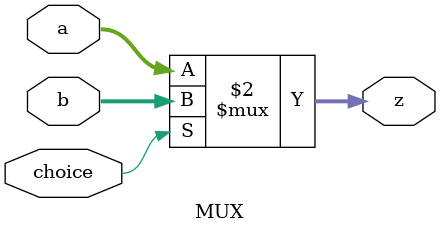
<source format=v>
`timescale 1ns / 1ps


module MUX(
    input [31:0] a,
    input [31:0] b,
    input choice,
    output wire[31:0] z
    );
    assign z = (choice == 0)? a: b;
endmodule

</source>
